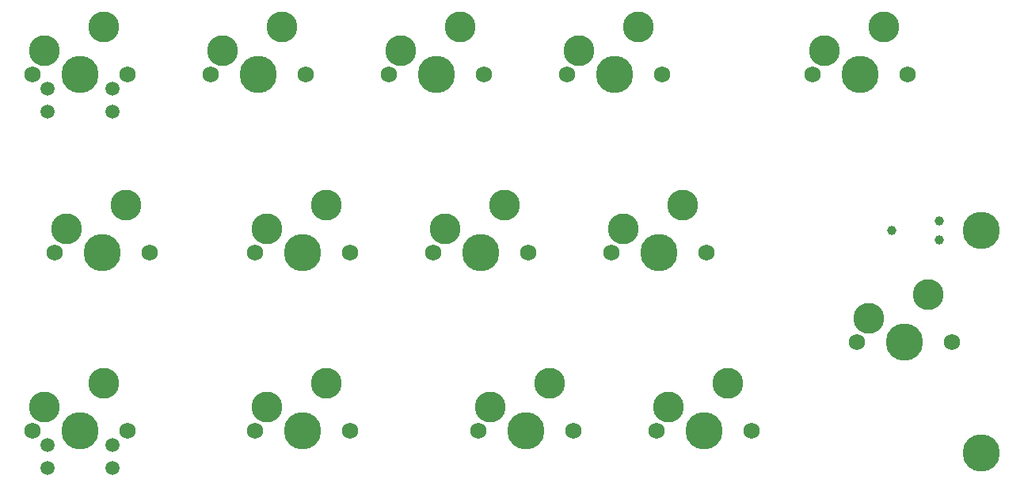
<source format=gbr>
%TF.GenerationSoftware,KiCad,Pcbnew,8.0.1-8.0.1-0~ubuntu23.10.1*%
%TF.CreationDate,2024-04-27T18:00:35-04:00*%
%TF.ProjectId,FunnyNumpad,46756e6e-794e-4756-9d70-61642e6b6963,rev?*%
%TF.SameCoordinates,Original*%
%TF.FileFunction,Soldermask,Top*%
%TF.FilePolarity,Negative*%
%FSLAX46Y46*%
G04 Gerber Fmt 4.6, Leading zero omitted, Abs format (unit mm)*
G04 Created by KiCad (PCBNEW 8.0.1-8.0.1-0~ubuntu23.10.1) date 2024-04-27 18:00:35*
%MOMM*%
%LPD*%
G01*
G04 APERTURE LIST*
%ADD10C,3.987800*%
%ADD11C,1.500000*%
%ADD12C,3.300000*%
%ADD13C,1.750000*%
%ADD14C,0.990600*%
G04 APERTURE END LIST*
D10*
%TO.C,STAB10*%
X161845625Y-90487500D03*
X161845625Y-114300000D03*
%TD*%
D11*
%TO.C,SW201*%
X61984375Y-77818750D03*
X61984375Y-75318750D03*
X68984375Y-75318750D03*
X68984375Y-77818750D03*
D10*
X65484375Y-73818750D03*
%TD*%
D11*
%TO.C,SW202*%
X61984375Y-115918750D03*
X61984375Y-113418750D03*
X68984375Y-113418750D03*
X68984375Y-115918750D03*
D10*
X65484375Y-111918750D03*
%TD*%
D12*
%TO.C,MX12*%
X91836875Y-106838750D03*
X85486875Y-109378750D03*
D13*
X84216875Y-111918750D03*
D10*
X89296875Y-111918750D03*
D13*
X94376875Y-111918750D03*
%TD*%
D12*
%TO.C,MX11*%
X68024375Y-106838750D03*
X61674375Y-109378750D03*
D13*
X60404375Y-111918750D03*
D10*
X65484375Y-111918750D03*
D13*
X70564375Y-111918750D03*
%TD*%
D12*
%TO.C,MX3*%
X106124375Y-68738750D03*
X99774375Y-71278750D03*
D13*
X98504375Y-73818750D03*
D10*
X103584375Y-73818750D03*
D13*
X108664375Y-73818750D03*
%TD*%
D12*
%TO.C,MX10*%
X156130625Y-97313750D03*
X149780625Y-99853750D03*
D13*
X148510625Y-102393750D03*
D10*
X153590625Y-102393750D03*
D13*
X158670625Y-102393750D03*
%TD*%
D12*
%TO.C,MX13*%
X115649375Y-106838750D03*
X109299375Y-109378750D03*
D13*
X108029375Y-111918750D03*
D10*
X113109375Y-111918750D03*
D13*
X118189375Y-111918750D03*
%TD*%
D12*
%TO.C,MX7*%
X91836875Y-87788750D03*
X85486875Y-90328750D03*
D13*
X84216875Y-92868750D03*
D10*
X89296875Y-92868750D03*
D13*
X94376875Y-92868750D03*
%TD*%
D12*
%TO.C,MX9*%
X129936875Y-87788750D03*
X123586875Y-90328750D03*
D13*
X122316875Y-92868750D03*
D10*
X127396875Y-92868750D03*
D13*
X132476875Y-92868750D03*
%TD*%
D12*
%TO.C,MX1*%
X68024375Y-68738750D03*
X61674375Y-71278750D03*
D13*
X60404375Y-73818750D03*
D10*
X65484375Y-73818750D03*
D13*
X70564375Y-73818750D03*
%TD*%
D12*
%TO.C,MX4*%
X125174375Y-68738750D03*
X118824375Y-71278750D03*
D13*
X117554375Y-73818750D03*
D10*
X122634375Y-73818750D03*
D13*
X127714375Y-73818750D03*
%TD*%
D12*
%TO.C,MX8*%
X110886875Y-87788750D03*
X104536875Y-90328750D03*
D13*
X103266875Y-92868750D03*
D10*
X108346875Y-92868750D03*
D13*
X113426875Y-92868750D03*
%TD*%
D14*
%TO.C,J102*%
X157321250Y-91503500D03*
X157321250Y-89471500D03*
X152241250Y-90487500D03*
%TD*%
D12*
%TO.C,MX6*%
X70405625Y-87788750D03*
X64055625Y-90328750D03*
D13*
X62785625Y-92868750D03*
D10*
X67865625Y-92868750D03*
D13*
X72945625Y-92868750D03*
%TD*%
D12*
%TO.C,MX5*%
X151368125Y-68738750D03*
X145018125Y-71278750D03*
D13*
X143748125Y-73818750D03*
D10*
X148828125Y-73818750D03*
D13*
X153908125Y-73818750D03*
%TD*%
D12*
%TO.C,MX14*%
X134699375Y-106838750D03*
X128349375Y-109378750D03*
D13*
X127079375Y-111918750D03*
D10*
X132159375Y-111918750D03*
D13*
X137239375Y-111918750D03*
%TD*%
D12*
%TO.C,MX2*%
X87074375Y-68738750D03*
X80724375Y-71278750D03*
D13*
X79454375Y-73818750D03*
D10*
X84534375Y-73818750D03*
D13*
X89614375Y-73818750D03*
%TD*%
M02*

</source>
